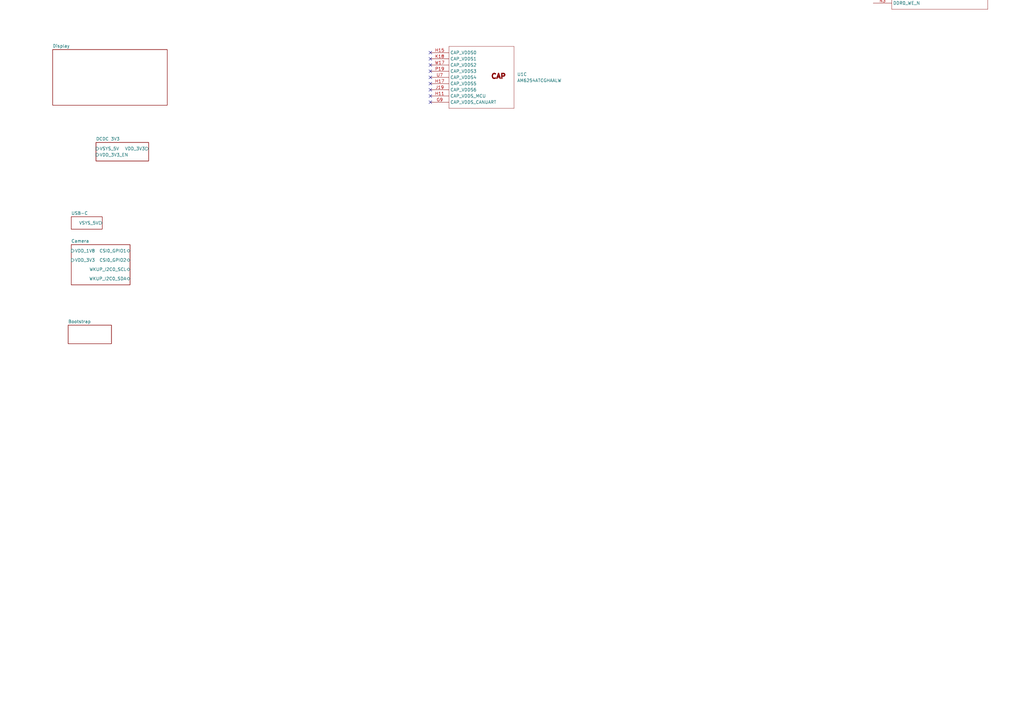
<source format=kicad_sch>
(kicad_sch (version 20250114) (generator "eeschema") (generator_version "9.0")
  (paper "A3")
  (title_block (title "Dashcam") (rev "v0.1"))
  (no_connect (at 176.53 31.75))
  (no_connect (at 176.53 29.21))
  (no_connect (at 176.53 34.29))
  (no_connect (at 176.53 24.13))
  (no_connect (at 176.53 26.67))
  (no_connect (at 176.53 39.37))
  (no_connect (at 176.53 36.83))
  (no_connect (at 176.53 41.91))
  (no_connect (at 176.53 21.59))
  (symbol (lib_id "pepy_sym_lib:[CPU]Texas Instruments AM6254ATCGHAALW") (at 45.72 -12.7 0) (unit 1)
    (property "Reference" "U1" (at 45.72 -99.06 0))
    (property "Value" "AM6254ATCGHAALW" (at 45.72 -96.52 0))
    (property "Footprint" "pepy_sym_lib:[CPU]Texas Instruments AM6254ATCGHAALW" (effects (hide yes)))
    (property "Datasheet" "https://www.ti.com/lit/ds/symlink/am625.pdf?ts=1740314582358&ref_url=https%253A%252F%252Fwww.ti.com%252Fmicrocontrollers-mcus-processors%252Farm-based-processors%252Fproducts.html" (effects (hide yes)))
    (property "Description" "1400MHz FCCSP(ALW)-425 Microcontrollers (MCU/MPU/SOC) ROHS" (effects (hide yes)))
    (property "LCSC Part" "C5218241" (effects (hide yes)))
    (property "Manufacturer" "Texas Instruments" (effects (hide yes)))
  )
  (symbol (lib_id "pepy_sym_lib:[CPU]Texas Instruments AM6254ATCGHAALW") (at 572.77 -234.95 0) (unit 19)
    (property "Reference" "U1" (at 572.77 -262.89 0))
    (property "Value" "AM6254ATCGHAALW" (at 572.77 -260.35 0))
    (property "Footprint" "pepy_sym_lib:[CPU]Texas Instruments AM6254ATCGHAALW" (effects (hide yes)))
    (property "Datasheet" "https://www.ti.com/lit/ds/symlink/am625.pdf?ts=1740314582358&ref_url=https%253A%252F%252Fwww.ti.com%252Fmicrocontrollers-mcus-processors%252Farm-based-processors%252Fproducts.html" (effects (hide yes)))
    (property "Description" "1400MHz FCCSP(ALW)-425 Microcontrollers (MCU/MPU/SOC) ROHS" (effects (hide yes)))
    (property "LCSC Part" "C5218241" (effects (hide yes)))
    (property "Manufacturer" "Texas Instruments" (effects (hide yes)))
  )
  (symbol (lib_id "pepy_sym_lib:[CPU]Texas Instruments AM6254ATCGHAALW") (at 386.08 3.81 0) (unit 6)
    (property "Reference" "U1" (at 385.445 -118.11 0))
    (property "Value" "AM6254ATCGHAALW" (at 385.445 -115.57 0))
    (property "Footprint" "pepy_sym_lib:[CPU]Texas Instruments AM6254ATCGHAALW" (effects (hide yes)))
    (property "Datasheet" "https://www.ti.com/lit/ds/symlink/am625.pdf?ts=1740314582358&ref_url=https%253A%252F%252Fwww.ti.com%252Fmicrocontrollers-mcus-processors%252Farm-based-processors%252Fproducts.html" (effects (hide yes)))
    (property "Description" "1400MHz FCCSP(ALW)-425 Microcontrollers (MCU/MPU/SOC) ROHS" (effects (hide yes)))
    (property "LCSC Part" "C5218241" (effects (hide yes)))
    (property "Manufacturer" "Texas Instruments" (effects (hide yes)))
  )
  (symbol (lib_id "pepy_sym_lib:[CPU]Texas Instruments AM6254ATCGHAALW") (at 801.37 -205.74 0) (unit 16)
    (property "Reference" "U1" (at 800.1 -243.84 0))
    (property "Value" "AM6254ATCGHAALW" (at 800.1 -241.3 0))
    (property "Footprint" "pepy_sym_lib:[CPU]Texas Instruments AM6254ATCGHAALW" (effects (hide yes)))
    (property "Datasheet" "https://www.ti.com/lit/ds/symlink/am625.pdf?ts=1740314582358&ref_url=https%253A%252F%252Fwww.ti.com%252Fmicrocontrollers-mcus-processors%252Farm-based-processors%252Fproducts.html" (effects (hide yes)))
    (property "Description" "1400MHz FCCSP(ALW)-425 Microcontrollers (MCU/MPU/SOC) ROHS" (effects (hide yes)))
    (property "LCSC Part" "C5218241" (effects (hide yes)))
    (property "Manufacturer" "Texas Instruments" (effects (hide yes)))
  )
  (symbol (lib_id "pepy_sym_lib:[CPU]Texas Instruments AM6254ATCGHAALW") (at 636.27 -83.82 0) (unit 7)
    (property "Reference" "U1" (at 635 -176.53 0))
    (property "Value" "AM6254ATCGHAALW" (at 635 -173.99 0))
    (property "Footprint" "pepy_sym_lib:[CPU]Texas Instruments AM6254ATCGHAALW" (effects (hide yes)))
    (property "Datasheet" "https://www.ti.com/lit/ds/symlink/am625.pdf?ts=1740314582358&ref_url=https%253A%252F%252Fwww.ti.com%252Fmicrocontrollers-mcus-processors%252Farm-based-processors%252Fproducts.html" (effects (hide yes)))
    (property "Description" "1400MHz FCCSP(ALW)-425 Microcontrollers (MCU/MPU/SOC) ROHS" (effects (hide yes)))
    (property "LCSC Part" "C5218241" (effects (hide yes)))
    (property "Manufacturer" "Texas Instruments" (effects (hide yes)))
  )
  (symbol (lib_id "pepy_sym_lib:[CPU]Texas Instruments AM6254ATCGHAALW") (at 198.12 44.45 0) (unit 3)
    (property "Reference" "U1" (at 212.09 30.4799 0) (effects (justify left)))
    (property "Value" "AM6254ATCGHAALW" (at 212.09 33.0199 0) (effects (justify left)))
    (property "Footprint" "pepy_sym_lib:[CPU]Texas Instruments AM6254ATCGHAALW" (effects (hide yes)))
    (property "Datasheet" "https://www.ti.com/lit/ds/symlink/am625.pdf?ts=1740314582358&ref_url=https%253A%252F%252Fwww.ti.com%252Fmicrocontrollers-mcus-processors%252Farm-based-processors%252Fproducts.html" (effects (hide yes)))
    (property "Description" "1400MHz FCCSP(ALW)-425 Microcontrollers (MCU/MPU/SOC) ROHS" (effects (hide yes)))
    (property "LCSC Part" "C5218241" (effects (hide yes)))
    (property "Manufacturer" "Texas Instruments" (effects (hide yes)))
  )
  (symbol (lib_id "pepy_sym_lib:[CPU]Texas Instruments AM6254ATCGHAALW") (at 793.75 147.32 0) (unit 11)
    (property "Reference" "U1" (at 791.845 114.3 0))
    (property "Value" "AM6254ATCGHAALW" (at 791.845 116.84 0))
    (property "Footprint" "pepy_sym_lib:[CPU]Texas Instruments AM6254ATCGHAALW" (effects (hide yes)))
    (property "Datasheet" "https://www.ti.com/lit/ds/symlink/am625.pdf?ts=1740314582358&ref_url=https%253A%252F%252Fwww.ti.com%252Fmicrocontrollers-mcus-processors%252Farm-based-processors%252Fproducts.html" (effects (hide yes)))
    (property "Description" "1400MHz FCCSP(ALW)-425 Microcontrollers (MCU/MPU/SOC) ROHS" (effects (hide yes)))
    (property "LCSC Part" "C5218241" (effects (hide yes)))
    (property "Manufacturer" "Texas Instruments" (effects (hide yes)))
  )
  (symbol (lib_id "pepy_sym_lib:[CPU]Texas Instruments AM6254ATCGHAALW") (at 607.06 78.74 0) (unit 9)
    (property "Reference" "U1" (at 622.3 57.7849 0) (effects (justify left)))
    (property "Value" "AM6254ATCGHAALW" (at 622.3 60.3249 0) (effects (justify left)))
    (property "Footprint" "pepy_sym_lib:[CPU]Texas Instruments AM6254ATCGHAALW" (effects (hide yes)))
    (property "Datasheet" "https://www.ti.com/lit/ds/symlink/am625.pdf?ts=1740314582358&ref_url=https%253A%252F%252Fwww.ti.com%252Fmicrocontrollers-mcus-processors%252Farm-based-processors%252Fproducts.html" (effects (hide yes)))
    (property "Description" "1400MHz FCCSP(ALW)-425 Microcontrollers (MCU/MPU/SOC) ROHS" (effects (hide yes)))
    (property "LCSC Part" "C5218241" (effects (hide yes)))
    (property "Manufacturer" "Texas Instruments" (effects (hide yes)))
  )
  (symbol (lib_id "pepy_sym_lib:[CPU]Texas Instruments AM6254ATCGHAALW") (at 772.16 370.84 0) (unit 14)
    (property "Reference" "U1" (at 770.89 274.32 0))
    (property "Value" "AM6254ATCGHAALW" (at 770.89 276.86 0))
    (property "Footprint" "pepy_sym_lib:[CPU]Texas Instruments AM6254ATCGHAALW" (effects (hide yes)))
    (property "Datasheet" "https://www.ti.com/lit/ds/symlink/am625.pdf?ts=1740314582358&ref_url=https%253A%252F%252Fwww.ti.com%252Fmicrocontrollers-mcus-processors%252Farm-based-processors%252Fproducts.html" (effects (hide yes)))
    (property "Description" "1400MHz FCCSP(ALW)-425 Microcontrollers (MCU/MPU/SOC) ROHS" (effects (hide yes)))
    (property "LCSC Part" "C5218241" (effects (hide yes)))
    (property "Manufacturer" "Texas Instruments" (effects (hide yes)))
  )
  (symbol (lib_id "pepy_sym_lib:[CPU]Texas Instruments AM6254ATCGHAALW") (at 855.98 63.5 0) (unit 10)
    (property "Reference" "U1" (at 871.22 33.0199 0) (effects (justify left)))
    (property "Value" "AM6254ATCGHAALW" (at 871.22 35.5599 0) (effects (justify left)))
    (property "Footprint" "pepy_sym_lib:[CPU]Texas Instruments AM6254ATCGHAALW" (effects (hide yes)))
    (property "Datasheet" "https://www.ti.com/lit/ds/symlink/am625.pdf?ts=1740314582358&ref_url=https%253A%252F%252Fwww.ti.com%252Fmicrocontrollers-mcus-processors%252Farm-based-processors%252Fproducts.html" (effects (hide yes)))
    (property "Description" "1400MHz FCCSP(ALW)-425 Microcontrollers (MCU/MPU/SOC) ROHS" (effects (hide yes)))
    (property "LCSC Part" "C5218241" (effects (hide yes)))
    (property "Manufacturer" "Texas Instruments" (effects (hide yes)))
  )
  (symbol (lib_id "pepy_sym_lib:[CPU]Texas Instruments AM6254ATCGHAALW") (at 718.82 165.1 0) (unit 12)
    (property "Reference" "U1" (at 718.82 114.3 0))
    (property "Value" "AM6254ATCGHAALW" (at 718.82 116.84 0))
    (property "Footprint" "pepy_sym_lib:[CPU]Texas Instruments AM6254ATCGHAALW" (effects (hide yes)))
    (property "Datasheet" "https://www.ti.com/lit/ds/symlink/am625.pdf?ts=1740314582358&ref_url=https%253A%252F%252Fwww.ti.com%252Fmicrocontrollers-mcus-processors%252Farm-based-processors%252Fproducts.html" (effects (hide yes)))
    (property "Description" "1400MHz FCCSP(ALW)-425 Microcontrollers (MCU/MPU/SOC) ROHS" (effects (hide yes)))
    (property "LCSC Part" "C5218241" (effects (hide yes)))
    (property "Manufacturer" "Texas Instruments" (effects (hide yes)))
  )
  (symbol (lib_id "pepy_sym_lib:[CPU]Texas Instruments AM6254ATCGHAALW") (at 772.16 -54.61 0) (unit 17)
    (property "Reference" "U1" (at 772.795 -106.68 0))
    (property "Value" "AM6254ATCGHAALW" (at 772.795 -104.14 0))
    (property "Footprint" "pepy_sym_lib:[CPU]Texas Instruments AM6254ATCGHAALW" (effects (hide yes)))
    (property "Datasheet" "https://www.ti.com/lit/ds/symlink/am625.pdf?ts=1740314582358&ref_url=https%253A%252F%252Fwww.ti.com%252Fmicrocontrollers-mcus-processors%252Farm-based-processors%252Fproducts.html" (effects (hide yes)))
    (property "Description" "1400MHz FCCSP(ALW)-425 Microcontrollers (MCU/MPU/SOC) ROHS" (effects (hide yes)))
    (property "LCSC Part" "C5218241" (effects (hide yes)))
    (property "Manufacturer" "Texas Instruments" (effects (hide yes)))
  )
  (symbol (lib_id "pepy_sym_lib:[CPU]Texas Instruments AM6254ATCGHAALW") (at 158.75 -25.4 0) (unit 2)
    (property "Reference" "U1" (at 158.75 -130.81 0))
    (property "Value" "AM6254ATCGHAALW" (at 158.75 -128.27 0))
    (property "Footprint" "pepy_sym_lib:[CPU]Texas Instruments AM6254ATCGHAALW" (effects (hide yes)))
    (property "Datasheet" "https://www.ti.com/lit/ds/symlink/am625.pdf?ts=1740314582358&ref_url=https%253A%252F%252Fwww.ti.com%252Fmicrocontrollers-mcus-processors%252Farm-based-processors%252Fproducts.html" (effects (hide yes)))
    (property "Description" "1400MHz FCCSP(ALW)-425 Microcontrollers (MCU/MPU/SOC) ROHS" (effects (hide yes)))
    (property "LCSC Part" "C5218241" (effects (hide yes)))
    (property "Manufacturer" "Texas Instruments" (effects (hide yes)))
  )
  (symbol (lib_id "pepy_sym_lib:[CPU]Texas Instruments AM6254ATCGHAALW") (at 556.26 243.84 0) (unit 13)
    (property "Reference" "U1" (at 557.4952 213.36 0))
    (property "Value" "AM6254ATCGHAALW" (at 557.4952 215.9 0))
    (property "Footprint" "pepy_sym_lib:[CPU]Texas Instruments AM6254ATCGHAALW" (effects (hide yes)))
    (property "Datasheet" "https://www.ti.com/lit/ds/symlink/am625.pdf?ts=1740314582358&ref_url=https%253A%252F%252Fwww.ti.com%252Fmicrocontrollers-mcus-processors%252Farm-based-processors%252Fproducts.html" (effects (hide yes)))
    (property "Description" "1400MHz FCCSP(ALW)-425 Microcontrollers (MCU/MPU/SOC) ROHS" (effects (hide yes)))
    (property "LCSC Part" "C5218241" (effects (hide yes)))
    (property "Manufacturer" "Texas Instruments" (effects (hide yes)))
  )
  (symbol (lib_id "pepy_sym_lib:[CPU]Texas Instruments AM6254ATCGHAALW") (at 535.94 -184.15 0) (unit 20)
    (property "Reference" "U1" (at 535.94 -213.36 0))
    (property "Value" "AM6254ATCGHAALW" (at 535.94 -210.82 0))
    (property "Footprint" "pepy_sym_lib:[CPU]Texas Instruments AM6254ATCGHAALW" (effects (hide yes)))
    (property "Datasheet" "https://www.ti.com/lit/ds/symlink/am625.pdf?ts=1740314582358&ref_url=https%253A%252F%252Fwww.ti.com%252Fmicrocontrollers-mcus-processors%252Farm-based-processors%252Fproducts.html" (effects (hide yes)))
    (property "Description" "1400MHz FCCSP(ALW)-425 Microcontrollers (MCU/MPU/SOC) ROHS" (effects (hide yes)))
    (property "LCSC Part" "C5218241" (effects (hide yes)))
    (property "Manufacturer" "Texas Instruments" (effects (hide yes)))
  )
  (symbol (lib_id "pepy_sym_lib:[CPU]Texas Instruments AM6254ATCGHAALW") (at 651.51 -236.22 0) (unit 18)
    (property "Reference" "U1" (at 650.875 -290.83 0))
    (property "Value" "AM6254ATCGHAALW" (at 650.875 -288.29 0))
    (property "Footprint" "pepy_sym_lib:[CPU]Texas Instruments AM6254ATCGHAALW" (effects (hide yes)))
    (property "Datasheet" "https://www.ti.com/lit/ds/symlink/am625.pdf?ts=1740314582358&ref_url=https%253A%252F%252Fwww.ti.com%252Fmicrocontrollers-mcus-processors%252Farm-based-processors%252Fproducts.html" (effects (hide yes)))
    (property "Description" "1400MHz FCCSP(ALW)-425 Microcontrollers (MCU/MPU/SOC) ROHS" (effects (hide yes)))
    (property "LCSC Part" "C5218241" (effects (hide yes)))
    (property "Manufacturer" "Texas Instruments" (effects (hide yes)))
  )
  (symbol (lib_id "pepy_sym_lib:[CPU]Texas Instruments AM6254ATCGHAALW") (at 621.03 7.62 0) (unit 8)
    (property "Reference" "U1" (at 621.03 -35.56 0))
    (property "Value" "AM6254ATCGHAALW" (at 621.03 -33.02 0))
    (property "Footprint" "pepy_sym_lib:[CPU]Texas Instruments AM6254ATCGHAALW" (effects (hide yes)))
    (property "Datasheet" "https://www.ti.com/lit/ds/symlink/am625.pdf?ts=1740314582358&ref_url=https%253A%252F%252Fwww.ti.com%252Fmicrocontrollers-mcus-processors%252Farm-based-processors%252Fproducts.html" (effects (hide yes)))
    (property "Description" "1400MHz FCCSP(ALW)-425 Microcontrollers (MCU/MPU/SOC) ROHS" (effects (hide yes)))
    (property "LCSC Part" "C5218241" (effects (hide yes)))
    (property "Manufacturer" "Texas Instruments" (effects (hide yes)))
  )
  (sheet (at 29.21 100.33) (size 24.13 16.51) (stroke (width 0.1524))
    (property "Sheetname" "Camera" (at 29.21 99.6184 0) (effects (justify left bottom)))
    (property "Sheetfile" "camera.kicad_sch" (effects (hide yes)))
    (pin "CSI0_GPIO1" bidirectional (at 53.34 102.87 0))
    (pin "CSI0_GPIO2" bidirectional (at 53.34 106.68 0))
    (pin "VDD_1V8" input (at 29.21 102.87 180))
    (pin "VDD_3V3" input (at 29.21 106.68 180))
    (pin "WKUP_I2C0_SCL" bidirectional (at 53.34 110.49 0))
    (pin "WKUP_I2C0_SDA" bidirectional (at 53.34 114.3 0))
  )
  (sheet (at 21.59 20.32) (size 46.99 22.86) (stroke (width 0.1524))
    (property "Sheetname" "Display" (at 21.59 19.6084 0) (effects (justify left bottom)))
    (property "Sheetfile" "display.kicad_sch" (effects (hide yes)))
  )
  (sheet (at 27.94 133.35) (size 17.78 7.62) (stroke (width 0.1524))
    (property "Sheetname" "Bootstrap" (at 27.94 132.6384 0) (effects (justify left bottom)))
    (property "Sheetfile" "bootstrap.kicad_sch" (effects (hide yes)))
  )
  (sheet (at 39.37 58.42) (size 21.59 7.62) (stroke (width 0.1524))
    (property "Sheetname" "DCDC 3V3" (at 39.37 57.7084 0) (effects (justify left bottom)))
    (property "Sheetfile" "dcdc3v3.kicad_sch" (effects (hide yes)))
    (pin "VSYS_5V" input (at 39.37 60.96 180))
    (pin "VDD_3V3" output (at 60.96 60.96 0))
    (pin "VDD_3V3_EN" input (at 39.37 63.5 180))
  )
  (sheet (at 29.21 88.9) (size 12.7 5.08) (stroke (width 0.1524))
    (property "Sheetname" "USB-C" (at 29.21 88.1884 0) (effects (justify left bottom)))
    (property "Sheetfile" "usb_c.kicad_sch" (effects (hide yes)))
    (pin "VSYS_5V" output (at 41.91 91.44 0))
  )
)
</source>
